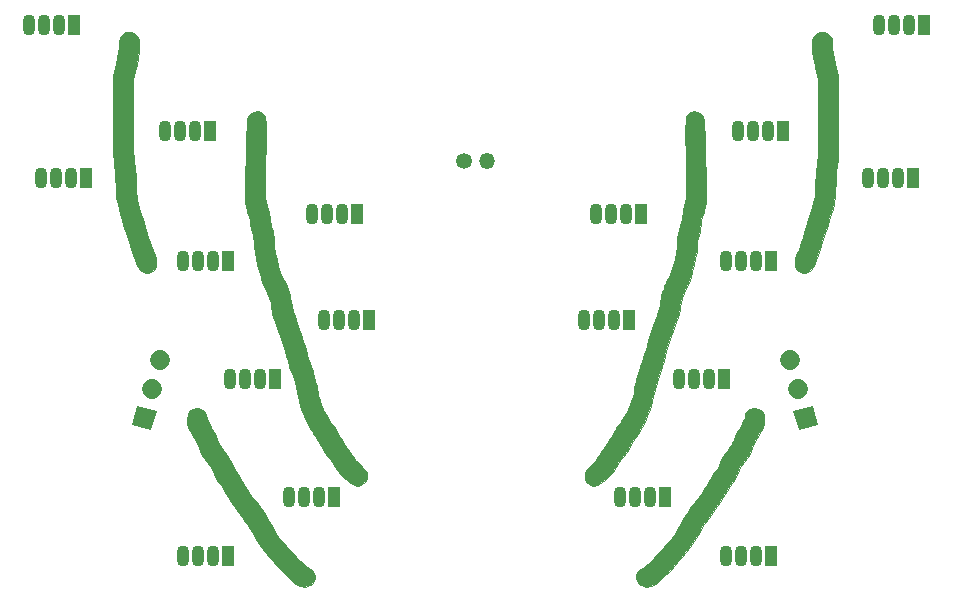
<source format=gbs>
G04 #@! TF.FileFunction,Soldermask,Bot*
%FSLAX46Y46*%
G04 Gerber Fmt 4.6, Leading zero omitted, Abs format (unit mm)*
G04 Created by KiCad (PCBNEW 4.0.7) date Monday, September 03, 2018 'PMt' 09:38:33 PM*
%MOMM*%
%LPD*%
G01*
G04 APERTURE LIST*
%ADD10C,0.100000*%
%ADD11C,0.010000*%
%ADD12R,1.070000X1.800000*%
%ADD13O,1.070000X1.800000*%
%ADD14C,1.350000*%
%ADD15O,1.350000X1.350000*%
%ADD16C,1.700000*%
G04 APERTURE END LIST*
D10*
D11*
G36*
X123309714Y-115268952D02*
X123056470Y-115448835D01*
X122902571Y-115697683D01*
X122875673Y-115864103D01*
X122835828Y-115994488D01*
X122727997Y-116234144D01*
X122569736Y-116546206D01*
X122420657Y-116819582D01*
X122220162Y-117189903D01*
X122041919Y-117543588D01*
X121909560Y-117832438D01*
X121857586Y-117967973D01*
X121738066Y-118225562D01*
X121548586Y-118519444D01*
X121414783Y-118687640D01*
X121091225Y-119116767D01*
X120814442Y-119596780D01*
X120631548Y-120042307D01*
X120534313Y-120241307D01*
X120372752Y-120473783D01*
X120323619Y-120532805D01*
X120155536Y-120759337D01*
X119963831Y-121067059D01*
X119817059Y-121337138D01*
X119641501Y-121659605D01*
X119427796Y-122011230D01*
X119200632Y-122355860D01*
X118984695Y-122657337D01*
X118804673Y-122879508D01*
X118694308Y-122981455D01*
X118600610Y-123081731D01*
X118441750Y-123298016D01*
X118237380Y-123599756D01*
X118007151Y-123956395D01*
X117770714Y-124337379D01*
X117547720Y-124712155D01*
X117357821Y-125050169D01*
X117328565Y-125104948D01*
X117124894Y-125471276D01*
X116913907Y-125804224D01*
X116670640Y-126136582D01*
X116370127Y-126501142D01*
X115987402Y-126930697D01*
X115709565Y-127231504D01*
X115427123Y-127537125D01*
X115144779Y-127846796D01*
X114914432Y-128103504D01*
X114873617Y-128149800D01*
X114620189Y-128390726D01*
X114331267Y-128598014D01*
X114194133Y-128671002D01*
X113877280Y-128858577D01*
X113703569Y-129094226D01*
X113647222Y-129414197D01*
X113647006Y-129440307D01*
X113705037Y-129791083D01*
X113890991Y-130043569D01*
X114068645Y-130159097D01*
X114479506Y-130280438D01*
X114914066Y-130240789D01*
X115344930Y-130045432D01*
X115521513Y-129904999D01*
X115784797Y-129661083D01*
X116111006Y-129338531D01*
X116476366Y-128962190D01*
X116857102Y-128556909D01*
X117229438Y-128147534D01*
X117569598Y-127758913D01*
X117816691Y-127462207D01*
X118191505Y-126963102D01*
X118557393Y-126415793D01*
X118848937Y-125921098D01*
X119140660Y-125401968D01*
X119418083Y-124962513D01*
X119730482Y-124525467D01*
X119785340Y-124452792D01*
X120179272Y-123926519D01*
X120491361Y-123490370D01*
X120748498Y-123104665D01*
X120977578Y-122729721D01*
X121110377Y-122497640D01*
X121322008Y-122145473D01*
X121553748Y-121799068D01*
X121760197Y-121525762D01*
X121786207Y-121495199D01*
X122037148Y-121133295D01*
X122220379Y-120730531D01*
X122237442Y-120675892D01*
X122458542Y-120185955D01*
X122791862Y-119731000D01*
X123042160Y-119399497D01*
X123260459Y-119040318D01*
X123384441Y-118772307D01*
X123495018Y-118485498D01*
X123599236Y-118242801D01*
X123652111Y-118137307D01*
X123976072Y-117561250D01*
X124211419Y-117099469D01*
X124368002Y-116728478D01*
X124455673Y-116424790D01*
X124484283Y-116164918D01*
X124484340Y-116153085D01*
X124434036Y-115729209D01*
X124278115Y-115430388D01*
X124009065Y-115243659D01*
X123943237Y-115219353D01*
X123619552Y-115183852D01*
X123309714Y-115268952D01*
X123309714Y-115268952D01*
G37*
X123309714Y-115268952D02*
X123056470Y-115448835D01*
X122902571Y-115697683D01*
X122875673Y-115864103D01*
X122835828Y-115994488D01*
X122727997Y-116234144D01*
X122569736Y-116546206D01*
X122420657Y-116819582D01*
X122220162Y-117189903D01*
X122041919Y-117543588D01*
X121909560Y-117832438D01*
X121857586Y-117967973D01*
X121738066Y-118225562D01*
X121548586Y-118519444D01*
X121414783Y-118687640D01*
X121091225Y-119116767D01*
X120814442Y-119596780D01*
X120631548Y-120042307D01*
X120534313Y-120241307D01*
X120372752Y-120473783D01*
X120323619Y-120532805D01*
X120155536Y-120759337D01*
X119963831Y-121067059D01*
X119817059Y-121337138D01*
X119641501Y-121659605D01*
X119427796Y-122011230D01*
X119200632Y-122355860D01*
X118984695Y-122657337D01*
X118804673Y-122879508D01*
X118694308Y-122981455D01*
X118600610Y-123081731D01*
X118441750Y-123298016D01*
X118237380Y-123599756D01*
X118007151Y-123956395D01*
X117770714Y-124337379D01*
X117547720Y-124712155D01*
X117357821Y-125050169D01*
X117328565Y-125104948D01*
X117124894Y-125471276D01*
X116913907Y-125804224D01*
X116670640Y-126136582D01*
X116370127Y-126501142D01*
X115987402Y-126930697D01*
X115709565Y-127231504D01*
X115427123Y-127537125D01*
X115144779Y-127846796D01*
X114914432Y-128103504D01*
X114873617Y-128149800D01*
X114620189Y-128390726D01*
X114331267Y-128598014D01*
X114194133Y-128671002D01*
X113877280Y-128858577D01*
X113703569Y-129094226D01*
X113647222Y-129414197D01*
X113647006Y-129440307D01*
X113705037Y-129791083D01*
X113890991Y-130043569D01*
X114068645Y-130159097D01*
X114479506Y-130280438D01*
X114914066Y-130240789D01*
X115344930Y-130045432D01*
X115521513Y-129904999D01*
X115784797Y-129661083D01*
X116111006Y-129338531D01*
X116476366Y-128962190D01*
X116857102Y-128556909D01*
X117229438Y-128147534D01*
X117569598Y-127758913D01*
X117816691Y-127462207D01*
X118191505Y-126963102D01*
X118557393Y-126415793D01*
X118848937Y-125921098D01*
X119140660Y-125401968D01*
X119418083Y-124962513D01*
X119730482Y-124525467D01*
X119785340Y-124452792D01*
X120179272Y-123926519D01*
X120491361Y-123490370D01*
X120748498Y-123104665D01*
X120977578Y-122729721D01*
X121110377Y-122497640D01*
X121322008Y-122145473D01*
X121553748Y-121799068D01*
X121760197Y-121525762D01*
X121786207Y-121495199D01*
X122037148Y-121133295D01*
X122220379Y-120730531D01*
X122237442Y-120675892D01*
X122458542Y-120185955D01*
X122791862Y-119731000D01*
X123042160Y-119399497D01*
X123260459Y-119040318D01*
X123384441Y-118772307D01*
X123495018Y-118485498D01*
X123599236Y-118242801D01*
X123652111Y-118137307D01*
X123976072Y-117561250D01*
X124211419Y-117099469D01*
X124368002Y-116728478D01*
X124455673Y-116424790D01*
X124484283Y-116164918D01*
X124484340Y-116153085D01*
X124434036Y-115729209D01*
X124278115Y-115430388D01*
X124009065Y-115243659D01*
X123943237Y-115219353D01*
X123619552Y-115183852D01*
X123309714Y-115268952D01*
G36*
X118345681Y-90070414D02*
X118211515Y-90115789D01*
X118100780Y-90165464D01*
X118011526Y-90234843D01*
X117941799Y-90339333D01*
X117889648Y-90494339D01*
X117853119Y-90715266D01*
X117830261Y-91017519D01*
X117819121Y-91416504D01*
X117817746Y-91927625D01*
X117824185Y-92566290D01*
X117836485Y-93347902D01*
X117847731Y-93999566D01*
X117862057Y-94863550D01*
X117872073Y-95575038D01*
X117877435Y-96150820D01*
X117877798Y-96607690D01*
X117872818Y-96962436D01*
X117862150Y-97231851D01*
X117845448Y-97432726D01*
X117822370Y-97581851D01*
X117792570Y-97696018D01*
X117770615Y-97756488D01*
X117678678Y-98051130D01*
X117603833Y-98402150D01*
X117582690Y-98549800D01*
X117489153Y-99187505D01*
X117365263Y-99759016D01*
X117238611Y-100168520D01*
X117175760Y-100422796D01*
X117132234Y-100766055D01*
X117118340Y-101077077D01*
X117089537Y-101497714D01*
X117010674Y-102008378D01*
X116893073Y-102564891D01*
X116748054Y-103123075D01*
X116586938Y-103638755D01*
X116421046Y-104067751D01*
X116284227Y-104332049D01*
X116138991Y-104581979D01*
X116042177Y-104790290D01*
X116017673Y-104884710D01*
X115971398Y-105058208D01*
X115901703Y-105185634D01*
X115830875Y-105359264D01*
X115769053Y-105633260D01*
X115738823Y-105860640D01*
X115698566Y-106171308D01*
X115628849Y-106513139D01*
X115522010Y-106913173D01*
X115370388Y-107398452D01*
X115166319Y-107996016D01*
X115007139Y-108442973D01*
X114840720Y-108925160D01*
X114671375Y-109449640D01*
X114522717Y-109941709D01*
X114445155Y-110220973D01*
X114333510Y-110615119D01*
X114213577Y-110989140D01*
X114104799Y-111284058D01*
X114064571Y-111375449D01*
X113950138Y-111672205D01*
X113851903Y-112027842D01*
X113818957Y-112194559D01*
X113750695Y-112511579D01*
X113661052Y-112801092D01*
X113610152Y-112919712D01*
X113522986Y-113174843D01*
X113476211Y-113479146D01*
X113473957Y-113539935D01*
X113438115Y-113869868D01*
X113355117Y-114201872D01*
X113340358Y-114242640D01*
X113234218Y-114531521D01*
X113114961Y-114873160D01*
X113065374Y-115020822D01*
X112958053Y-115299792D01*
X112843276Y-115529621D01*
X112785505Y-115613488D01*
X112663258Y-115784947D01*
X112520939Y-116028031D01*
X112477726Y-116110971D01*
X112342659Y-116347024D01*
X112211027Y-116526848D01*
X112173285Y-116564380D01*
X112043676Y-116713734D01*
X111908869Y-116926912D01*
X111902063Y-116939716D01*
X111762721Y-117204783D01*
X111614652Y-117485988D01*
X111606050Y-117502307D01*
X111471310Y-117730548D01*
X111279736Y-118022942D01*
X111110101Y-118264307D01*
X110902122Y-118562187D01*
X110709065Y-118860018D01*
X110596615Y-119050784D01*
X110452637Y-119259800D01*
X110224232Y-119530596D01*
X109954275Y-119813291D01*
X109877723Y-119887175D01*
X109562615Y-120207652D01*
X109370321Y-120461941D01*
X109281534Y-120675912D01*
X109278779Y-120689608D01*
X109280890Y-121069471D01*
X109420731Y-121390020D01*
X109673831Y-121620606D01*
X110015723Y-121730582D01*
X110113887Y-121735640D01*
X110297868Y-121706987D01*
X110506728Y-121607748D01*
X110776486Y-121417996D01*
X110972613Y-121260621D01*
X111270673Y-120991511D01*
X111543761Y-120704601D01*
X111742152Y-120453072D01*
X111772253Y-120405366D01*
X111920218Y-120171969D01*
X112136073Y-119853702D01*
X112385407Y-119500633D01*
X112536787Y-119292884D01*
X112780084Y-118949751D01*
X112999075Y-118616347D01*
X113163639Y-118339764D01*
X113226210Y-118214963D01*
X113376251Y-117932578D01*
X113558232Y-117673819D01*
X113595596Y-117631100D01*
X113738526Y-117458589D01*
X113813201Y-117332763D01*
X113816340Y-117316543D01*
X113859680Y-117211628D01*
X113973270Y-117010194D01*
X114131520Y-116757406D01*
X114367568Y-116333770D01*
X114602297Y-115804814D01*
X114811403Y-115232982D01*
X114970582Y-114680720D01*
X115011401Y-114496640D01*
X115145325Y-113883259D01*
X115301411Y-113260052D01*
X115466333Y-112675209D01*
X115626761Y-112176920D01*
X115725582Y-111914307D01*
X115838910Y-111603279D01*
X115964431Y-111204218D01*
X116078083Y-110794494D01*
X116095911Y-110723600D01*
X116203710Y-110325251D01*
X116348573Y-109842136D01*
X116507885Y-109347956D01*
X116602486Y-109072600D01*
X116841874Y-108391722D01*
X117028157Y-107849737D01*
X117167317Y-107426844D01*
X117265333Y-107103246D01*
X117328186Y-106859143D01*
X117361854Y-106674735D01*
X117372318Y-106530224D01*
X117372340Y-106523675D01*
X117412636Y-106241849D01*
X117521773Y-105864185D01*
X117682121Y-105440439D01*
X117876051Y-105020364D01*
X117962201Y-104858914D01*
X118103521Y-104545129D01*
X118255387Y-104106099D01*
X118407335Y-103584602D01*
X118548899Y-103023419D01*
X118669615Y-102465329D01*
X118759018Y-101953112D01*
X118806644Y-101529546D01*
X118811673Y-101386304D01*
X118832617Y-101021612D01*
X118887465Y-100685849D01*
X118941846Y-100505988D01*
X119022639Y-100243191D01*
X119090124Y-99903433D01*
X119117676Y-99683207D01*
X119168417Y-99340820D01*
X119258362Y-98926813D01*
X119368429Y-98528551D01*
X119373011Y-98514088D01*
X119431895Y-98326017D01*
X119478231Y-98158269D01*
X119513131Y-97988734D01*
X119537707Y-97795301D01*
X119553071Y-97555862D01*
X119560334Y-97248305D01*
X119560609Y-96850521D01*
X119555007Y-96340399D01*
X119544641Y-95695830D01*
X119536932Y-95254421D01*
X119517040Y-94198353D01*
X119497030Y-93299850D01*
X119476317Y-92547146D01*
X119454317Y-91928473D01*
X119430445Y-91432065D01*
X119404117Y-91046154D01*
X119374748Y-90758974D01*
X119341756Y-90558757D01*
X119304554Y-90433736D01*
X119296725Y-90417047D01*
X119093605Y-90189823D01*
X118797229Y-90057446D01*
X118467045Y-90041584D01*
X118345681Y-90070414D01*
X118345681Y-90070414D01*
G37*
X118345681Y-90070414D02*
X118211515Y-90115789D01*
X118100780Y-90165464D01*
X118011526Y-90234843D01*
X117941799Y-90339333D01*
X117889648Y-90494339D01*
X117853119Y-90715266D01*
X117830261Y-91017519D01*
X117819121Y-91416504D01*
X117817746Y-91927625D01*
X117824185Y-92566290D01*
X117836485Y-93347902D01*
X117847731Y-93999566D01*
X117862057Y-94863550D01*
X117872073Y-95575038D01*
X117877435Y-96150820D01*
X117877798Y-96607690D01*
X117872818Y-96962436D01*
X117862150Y-97231851D01*
X117845448Y-97432726D01*
X117822370Y-97581851D01*
X117792570Y-97696018D01*
X117770615Y-97756488D01*
X117678678Y-98051130D01*
X117603833Y-98402150D01*
X117582690Y-98549800D01*
X117489153Y-99187505D01*
X117365263Y-99759016D01*
X117238611Y-100168520D01*
X117175760Y-100422796D01*
X117132234Y-100766055D01*
X117118340Y-101077077D01*
X117089537Y-101497714D01*
X117010674Y-102008378D01*
X116893073Y-102564891D01*
X116748054Y-103123075D01*
X116586938Y-103638755D01*
X116421046Y-104067751D01*
X116284227Y-104332049D01*
X116138991Y-104581979D01*
X116042177Y-104790290D01*
X116017673Y-104884710D01*
X115971398Y-105058208D01*
X115901703Y-105185634D01*
X115830875Y-105359264D01*
X115769053Y-105633260D01*
X115738823Y-105860640D01*
X115698566Y-106171308D01*
X115628849Y-106513139D01*
X115522010Y-106913173D01*
X115370388Y-107398452D01*
X115166319Y-107996016D01*
X115007139Y-108442973D01*
X114840720Y-108925160D01*
X114671375Y-109449640D01*
X114522717Y-109941709D01*
X114445155Y-110220973D01*
X114333510Y-110615119D01*
X114213577Y-110989140D01*
X114104799Y-111284058D01*
X114064571Y-111375449D01*
X113950138Y-111672205D01*
X113851903Y-112027842D01*
X113818957Y-112194559D01*
X113750695Y-112511579D01*
X113661052Y-112801092D01*
X113610152Y-112919712D01*
X113522986Y-113174843D01*
X113476211Y-113479146D01*
X113473957Y-113539935D01*
X113438115Y-113869868D01*
X113355117Y-114201872D01*
X113340358Y-114242640D01*
X113234218Y-114531521D01*
X113114961Y-114873160D01*
X113065374Y-115020822D01*
X112958053Y-115299792D01*
X112843276Y-115529621D01*
X112785505Y-115613488D01*
X112663258Y-115784947D01*
X112520939Y-116028031D01*
X112477726Y-116110971D01*
X112342659Y-116347024D01*
X112211027Y-116526848D01*
X112173285Y-116564380D01*
X112043676Y-116713734D01*
X111908869Y-116926912D01*
X111902063Y-116939716D01*
X111762721Y-117204783D01*
X111614652Y-117485988D01*
X111606050Y-117502307D01*
X111471310Y-117730548D01*
X111279736Y-118022942D01*
X111110101Y-118264307D01*
X110902122Y-118562187D01*
X110709065Y-118860018D01*
X110596615Y-119050784D01*
X110452637Y-119259800D01*
X110224232Y-119530596D01*
X109954275Y-119813291D01*
X109877723Y-119887175D01*
X109562615Y-120207652D01*
X109370321Y-120461941D01*
X109281534Y-120675912D01*
X109278779Y-120689608D01*
X109280890Y-121069471D01*
X109420731Y-121390020D01*
X109673831Y-121620606D01*
X110015723Y-121730582D01*
X110113887Y-121735640D01*
X110297868Y-121706987D01*
X110506728Y-121607748D01*
X110776486Y-121417996D01*
X110972613Y-121260621D01*
X111270673Y-120991511D01*
X111543761Y-120704601D01*
X111742152Y-120453072D01*
X111772253Y-120405366D01*
X111920218Y-120171969D01*
X112136073Y-119853702D01*
X112385407Y-119500633D01*
X112536787Y-119292884D01*
X112780084Y-118949751D01*
X112999075Y-118616347D01*
X113163639Y-118339764D01*
X113226210Y-118214963D01*
X113376251Y-117932578D01*
X113558232Y-117673819D01*
X113595596Y-117631100D01*
X113738526Y-117458589D01*
X113813201Y-117332763D01*
X113816340Y-117316543D01*
X113859680Y-117211628D01*
X113973270Y-117010194D01*
X114131520Y-116757406D01*
X114367568Y-116333770D01*
X114602297Y-115804814D01*
X114811403Y-115232982D01*
X114970582Y-114680720D01*
X115011401Y-114496640D01*
X115145325Y-113883259D01*
X115301411Y-113260052D01*
X115466333Y-112675209D01*
X115626761Y-112176920D01*
X115725582Y-111914307D01*
X115838910Y-111603279D01*
X115964431Y-111204218D01*
X116078083Y-110794494D01*
X116095911Y-110723600D01*
X116203710Y-110325251D01*
X116348573Y-109842136D01*
X116507885Y-109347956D01*
X116602486Y-109072600D01*
X116841874Y-108391722D01*
X117028157Y-107849737D01*
X117167317Y-107426844D01*
X117265333Y-107103246D01*
X117328186Y-106859143D01*
X117361854Y-106674735D01*
X117372318Y-106530224D01*
X117372340Y-106523675D01*
X117412636Y-106241849D01*
X117521773Y-105864185D01*
X117682121Y-105440439D01*
X117876051Y-105020364D01*
X117962201Y-104858914D01*
X118103521Y-104545129D01*
X118255387Y-104106099D01*
X118407335Y-103584602D01*
X118548899Y-103023419D01*
X118669615Y-102465329D01*
X118759018Y-101953112D01*
X118806644Y-101529546D01*
X118811673Y-101386304D01*
X118832617Y-101021612D01*
X118887465Y-100685849D01*
X118941846Y-100505988D01*
X119022639Y-100243191D01*
X119090124Y-99903433D01*
X119117676Y-99683207D01*
X119168417Y-99340820D01*
X119258362Y-98926813D01*
X119368429Y-98528551D01*
X119373011Y-98514088D01*
X119431895Y-98326017D01*
X119478231Y-98158269D01*
X119513131Y-97988734D01*
X119537707Y-97795301D01*
X119553071Y-97555862D01*
X119560334Y-97248305D01*
X119560609Y-96850521D01*
X119555007Y-96340399D01*
X119544641Y-95695830D01*
X119536932Y-95254421D01*
X119517040Y-94198353D01*
X119497030Y-93299850D01*
X119476317Y-92547146D01*
X119454317Y-91928473D01*
X119430445Y-91432065D01*
X119404117Y-91046154D01*
X119374748Y-90758974D01*
X119341756Y-90558757D01*
X119304554Y-90433736D01*
X119296725Y-90417047D01*
X119093605Y-90189823D01*
X118797229Y-90057446D01*
X118467045Y-90041584D01*
X118345681Y-90070414D01*
G36*
X128986807Y-83409716D02*
X128726040Y-83643795D01*
X128642916Y-83778240D01*
X128568032Y-84050991D01*
X128544112Y-84453364D01*
X128569207Y-84954131D01*
X128641363Y-85522061D01*
X128758632Y-86125924D01*
X128800634Y-86302640D01*
X129052461Y-87318640D01*
X129052930Y-90705307D01*
X129051742Y-91618403D01*
X129047549Y-92378920D01*
X129039827Y-93003596D01*
X129028049Y-93509165D01*
X129011690Y-93912364D01*
X128990223Y-94229930D01*
X128963122Y-94478599D01*
X128929861Y-94675108D01*
X128927870Y-94684608D01*
X128873366Y-95037408D01*
X128831303Y-95495663D01*
X128806674Y-95995658D01*
X128802340Y-96287268D01*
X128800195Y-96652052D01*
X128789340Y-96954872D01*
X128763144Y-97228940D01*
X128714973Y-97507466D01*
X128638197Y-97823664D01*
X128526184Y-98210744D01*
X128372302Y-98701918D01*
X128234773Y-99129640D01*
X128125393Y-99479285D01*
X128028935Y-99806639D01*
X127964817Y-100045599D01*
X127961189Y-100060973D01*
X127879859Y-100365669D01*
X127765968Y-100733702D01*
X127636221Y-101117099D01*
X127507324Y-101467885D01*
X127395982Y-101738086D01*
X127336348Y-101855346D01*
X127185647Y-102188490D01*
X127093858Y-102574486D01*
X127073476Y-102941755D01*
X127109751Y-103153562D01*
X127286736Y-103457096D01*
X127553560Y-103643814D01*
X127869359Y-103704557D01*
X128193267Y-103630166D01*
X128445395Y-103452893D01*
X128636174Y-103207549D01*
X128798246Y-102910118D01*
X128826732Y-102839059D01*
X129128434Y-101988299D01*
X129417864Y-101134504D01*
X129674816Y-100338156D01*
X129811383Y-99891640D01*
X130009146Y-99226210D01*
X130164495Y-98695432D01*
X130282902Y-98271538D01*
X130369837Y-97926758D01*
X130430769Y-97633323D01*
X130471168Y-97363463D01*
X130496506Y-97089408D01*
X130512250Y-96783390D01*
X130523872Y-96417638D01*
X130528520Y-96250973D01*
X130547295Y-95771380D01*
X130574437Y-95329326D01*
X130606891Y-94962914D01*
X130641601Y-94710246D01*
X130657436Y-94642865D01*
X130683580Y-94468081D01*
X130705470Y-94126692D01*
X130723044Y-93621374D01*
X130736239Y-92954804D01*
X130744993Y-92129658D01*
X130749245Y-91148612D01*
X130749673Y-90676939D01*
X130749673Y-87006787D01*
X130495673Y-85992671D01*
X130391814Y-85534417D01*
X130308898Y-85084817D01*
X130256089Y-84698766D01*
X130241673Y-84470864D01*
X130226158Y-84162760D01*
X130186127Y-83900078D01*
X130147097Y-83778240D01*
X129919205Y-83490383D01*
X129623271Y-83333010D01*
X129299178Y-83306121D01*
X128986807Y-83409716D01*
X128986807Y-83409716D01*
G37*
X128986807Y-83409716D02*
X128726040Y-83643795D01*
X128642916Y-83778240D01*
X128568032Y-84050991D01*
X128544112Y-84453364D01*
X128569207Y-84954131D01*
X128641363Y-85522061D01*
X128758632Y-86125924D01*
X128800634Y-86302640D01*
X129052461Y-87318640D01*
X129052930Y-90705307D01*
X129051742Y-91618403D01*
X129047549Y-92378920D01*
X129039827Y-93003596D01*
X129028049Y-93509165D01*
X129011690Y-93912364D01*
X128990223Y-94229930D01*
X128963122Y-94478599D01*
X128929861Y-94675108D01*
X128927870Y-94684608D01*
X128873366Y-95037408D01*
X128831303Y-95495663D01*
X128806674Y-95995658D01*
X128802340Y-96287268D01*
X128800195Y-96652052D01*
X128789340Y-96954872D01*
X128763144Y-97228940D01*
X128714973Y-97507466D01*
X128638197Y-97823664D01*
X128526184Y-98210744D01*
X128372302Y-98701918D01*
X128234773Y-99129640D01*
X128125393Y-99479285D01*
X128028935Y-99806639D01*
X127964817Y-100045599D01*
X127961189Y-100060973D01*
X127879859Y-100365669D01*
X127765968Y-100733702D01*
X127636221Y-101117099D01*
X127507324Y-101467885D01*
X127395982Y-101738086D01*
X127336348Y-101855346D01*
X127185647Y-102188490D01*
X127093858Y-102574486D01*
X127073476Y-102941755D01*
X127109751Y-103153562D01*
X127286736Y-103457096D01*
X127553560Y-103643814D01*
X127869359Y-103704557D01*
X128193267Y-103630166D01*
X128445395Y-103452893D01*
X128636174Y-103207549D01*
X128798246Y-102910118D01*
X128826732Y-102839059D01*
X129128434Y-101988299D01*
X129417864Y-101134504D01*
X129674816Y-100338156D01*
X129811383Y-99891640D01*
X130009146Y-99226210D01*
X130164495Y-98695432D01*
X130282902Y-98271538D01*
X130369837Y-97926758D01*
X130430769Y-97633323D01*
X130471168Y-97363463D01*
X130496506Y-97089408D01*
X130512250Y-96783390D01*
X130523872Y-96417638D01*
X130528520Y-96250973D01*
X130547295Y-95771380D01*
X130574437Y-95329326D01*
X130606891Y-94962914D01*
X130641601Y-94710246D01*
X130657436Y-94642865D01*
X130683580Y-94468081D01*
X130705470Y-94126692D01*
X130723044Y-93621374D01*
X130736239Y-92954804D01*
X130744993Y-92129658D01*
X130749245Y-91148612D01*
X130749673Y-90676939D01*
X130749673Y-87006787D01*
X130495673Y-85992671D01*
X130391814Y-85534417D01*
X130308898Y-85084817D01*
X130256089Y-84698766D01*
X130241673Y-84470864D01*
X130226158Y-84162760D01*
X130186127Y-83900078D01*
X130147097Y-83778240D01*
X129919205Y-83490383D01*
X129623271Y-83333010D01*
X129299178Y-83306121D01*
X128986807Y-83409716D01*
G36*
X76796298Y-115268952D02*
X77049542Y-115448835D01*
X77203441Y-115697683D01*
X77230339Y-115864103D01*
X77270184Y-115994488D01*
X77378015Y-116234144D01*
X77536276Y-116546206D01*
X77685355Y-116819582D01*
X77885850Y-117189903D01*
X78064093Y-117543588D01*
X78196452Y-117832438D01*
X78248426Y-117967973D01*
X78367946Y-118225562D01*
X78557426Y-118519444D01*
X78691229Y-118687640D01*
X79014787Y-119116767D01*
X79291570Y-119596780D01*
X79474464Y-120042307D01*
X79571699Y-120241307D01*
X79733260Y-120473783D01*
X79782393Y-120532805D01*
X79950476Y-120759337D01*
X80142181Y-121067059D01*
X80288953Y-121337138D01*
X80464511Y-121659605D01*
X80678216Y-122011230D01*
X80905380Y-122355860D01*
X81121317Y-122657337D01*
X81301339Y-122879508D01*
X81411704Y-122981455D01*
X81505402Y-123081731D01*
X81664262Y-123298016D01*
X81868632Y-123599756D01*
X82098861Y-123956395D01*
X82335298Y-124337379D01*
X82558292Y-124712155D01*
X82748191Y-125050169D01*
X82777447Y-125104948D01*
X82981118Y-125471276D01*
X83192105Y-125804224D01*
X83435372Y-126136582D01*
X83735885Y-126501142D01*
X84118610Y-126930697D01*
X84396447Y-127231504D01*
X84678889Y-127537125D01*
X84961233Y-127846796D01*
X85191580Y-128103504D01*
X85232395Y-128149800D01*
X85485823Y-128390726D01*
X85774745Y-128598014D01*
X85911879Y-128671002D01*
X86228732Y-128858577D01*
X86402443Y-129094226D01*
X86458790Y-129414197D01*
X86459006Y-129440307D01*
X86400975Y-129791083D01*
X86215021Y-130043569D01*
X86037367Y-130159097D01*
X85626506Y-130280438D01*
X85191946Y-130240789D01*
X84761082Y-130045432D01*
X84584499Y-129904999D01*
X84321215Y-129661083D01*
X83995006Y-129338531D01*
X83629646Y-128962190D01*
X83248910Y-128556909D01*
X82876574Y-128147534D01*
X82536414Y-127758913D01*
X82289321Y-127462207D01*
X81914507Y-126963102D01*
X81548619Y-126415793D01*
X81257075Y-125921098D01*
X80965352Y-125401968D01*
X80687929Y-124962513D01*
X80375530Y-124525467D01*
X80320672Y-124452792D01*
X79926740Y-123926519D01*
X79614651Y-123490370D01*
X79357514Y-123104665D01*
X79128434Y-122729721D01*
X78995635Y-122497640D01*
X78784004Y-122145473D01*
X78552264Y-121799068D01*
X78345815Y-121525762D01*
X78319805Y-121495199D01*
X78068864Y-121133295D01*
X77885633Y-120730531D01*
X77868570Y-120675892D01*
X77647470Y-120185955D01*
X77314150Y-119731000D01*
X77063852Y-119399497D01*
X76845553Y-119040318D01*
X76721571Y-118772307D01*
X76610994Y-118485498D01*
X76506776Y-118242801D01*
X76453901Y-118137307D01*
X76129940Y-117561250D01*
X75894593Y-117099469D01*
X75738010Y-116728478D01*
X75650339Y-116424790D01*
X75621729Y-116164918D01*
X75621672Y-116153085D01*
X75671976Y-115729209D01*
X75827897Y-115430388D01*
X76096947Y-115243659D01*
X76162775Y-115219353D01*
X76486460Y-115183852D01*
X76796298Y-115268952D01*
X76796298Y-115268952D01*
G37*
X76796298Y-115268952D02*
X77049542Y-115448835D01*
X77203441Y-115697683D01*
X77230339Y-115864103D01*
X77270184Y-115994488D01*
X77378015Y-116234144D01*
X77536276Y-116546206D01*
X77685355Y-116819582D01*
X77885850Y-117189903D01*
X78064093Y-117543588D01*
X78196452Y-117832438D01*
X78248426Y-117967973D01*
X78367946Y-118225562D01*
X78557426Y-118519444D01*
X78691229Y-118687640D01*
X79014787Y-119116767D01*
X79291570Y-119596780D01*
X79474464Y-120042307D01*
X79571699Y-120241307D01*
X79733260Y-120473783D01*
X79782393Y-120532805D01*
X79950476Y-120759337D01*
X80142181Y-121067059D01*
X80288953Y-121337138D01*
X80464511Y-121659605D01*
X80678216Y-122011230D01*
X80905380Y-122355860D01*
X81121317Y-122657337D01*
X81301339Y-122879508D01*
X81411704Y-122981455D01*
X81505402Y-123081731D01*
X81664262Y-123298016D01*
X81868632Y-123599756D01*
X82098861Y-123956395D01*
X82335298Y-124337379D01*
X82558292Y-124712155D01*
X82748191Y-125050169D01*
X82777447Y-125104948D01*
X82981118Y-125471276D01*
X83192105Y-125804224D01*
X83435372Y-126136582D01*
X83735885Y-126501142D01*
X84118610Y-126930697D01*
X84396447Y-127231504D01*
X84678889Y-127537125D01*
X84961233Y-127846796D01*
X85191580Y-128103504D01*
X85232395Y-128149800D01*
X85485823Y-128390726D01*
X85774745Y-128598014D01*
X85911879Y-128671002D01*
X86228732Y-128858577D01*
X86402443Y-129094226D01*
X86458790Y-129414197D01*
X86459006Y-129440307D01*
X86400975Y-129791083D01*
X86215021Y-130043569D01*
X86037367Y-130159097D01*
X85626506Y-130280438D01*
X85191946Y-130240789D01*
X84761082Y-130045432D01*
X84584499Y-129904999D01*
X84321215Y-129661083D01*
X83995006Y-129338531D01*
X83629646Y-128962190D01*
X83248910Y-128556909D01*
X82876574Y-128147534D01*
X82536414Y-127758913D01*
X82289321Y-127462207D01*
X81914507Y-126963102D01*
X81548619Y-126415793D01*
X81257075Y-125921098D01*
X80965352Y-125401968D01*
X80687929Y-124962513D01*
X80375530Y-124525467D01*
X80320672Y-124452792D01*
X79926740Y-123926519D01*
X79614651Y-123490370D01*
X79357514Y-123104665D01*
X79128434Y-122729721D01*
X78995635Y-122497640D01*
X78784004Y-122145473D01*
X78552264Y-121799068D01*
X78345815Y-121525762D01*
X78319805Y-121495199D01*
X78068864Y-121133295D01*
X77885633Y-120730531D01*
X77868570Y-120675892D01*
X77647470Y-120185955D01*
X77314150Y-119731000D01*
X77063852Y-119399497D01*
X76845553Y-119040318D01*
X76721571Y-118772307D01*
X76610994Y-118485498D01*
X76506776Y-118242801D01*
X76453901Y-118137307D01*
X76129940Y-117561250D01*
X75894593Y-117099469D01*
X75738010Y-116728478D01*
X75650339Y-116424790D01*
X75621729Y-116164918D01*
X75621672Y-116153085D01*
X75671976Y-115729209D01*
X75827897Y-115430388D01*
X76096947Y-115243659D01*
X76162775Y-115219353D01*
X76486460Y-115183852D01*
X76796298Y-115268952D01*
G36*
X81760331Y-90070414D02*
X81894497Y-90115789D01*
X82005232Y-90165464D01*
X82094486Y-90234843D01*
X82164213Y-90339333D01*
X82216364Y-90494339D01*
X82252893Y-90715266D01*
X82275751Y-91017519D01*
X82286891Y-91416504D01*
X82288266Y-91927625D01*
X82281827Y-92566290D01*
X82269527Y-93347902D01*
X82258281Y-93999566D01*
X82243955Y-94863550D01*
X82233939Y-95575038D01*
X82228577Y-96150820D01*
X82228214Y-96607690D01*
X82233194Y-96962436D01*
X82243862Y-97231851D01*
X82260564Y-97432726D01*
X82283642Y-97581851D01*
X82313442Y-97696018D01*
X82335397Y-97756488D01*
X82427334Y-98051130D01*
X82502179Y-98402150D01*
X82523322Y-98549800D01*
X82616859Y-99187505D01*
X82740749Y-99759016D01*
X82867401Y-100168520D01*
X82930252Y-100422796D01*
X82973778Y-100766055D01*
X82987672Y-101077077D01*
X83016475Y-101497714D01*
X83095338Y-102008378D01*
X83212939Y-102564891D01*
X83357958Y-103123075D01*
X83519074Y-103638755D01*
X83684966Y-104067751D01*
X83821785Y-104332049D01*
X83967021Y-104581979D01*
X84063835Y-104790290D01*
X84088339Y-104884710D01*
X84134614Y-105058208D01*
X84204309Y-105185634D01*
X84275137Y-105359264D01*
X84336959Y-105633260D01*
X84367189Y-105860640D01*
X84407446Y-106171308D01*
X84477163Y-106513139D01*
X84584002Y-106913173D01*
X84735624Y-107398452D01*
X84939693Y-107996016D01*
X85098873Y-108442973D01*
X85265292Y-108925160D01*
X85434637Y-109449640D01*
X85583295Y-109941709D01*
X85660857Y-110220973D01*
X85772502Y-110615119D01*
X85892435Y-110989140D01*
X86001213Y-111284058D01*
X86041441Y-111375449D01*
X86155874Y-111672205D01*
X86254109Y-112027842D01*
X86287055Y-112194559D01*
X86355317Y-112511579D01*
X86444960Y-112801092D01*
X86495860Y-112919712D01*
X86583026Y-113174843D01*
X86629801Y-113479146D01*
X86632055Y-113539935D01*
X86667897Y-113869868D01*
X86750895Y-114201872D01*
X86765654Y-114242640D01*
X86871794Y-114531521D01*
X86991051Y-114873160D01*
X87040638Y-115020822D01*
X87147959Y-115299792D01*
X87262736Y-115529621D01*
X87320507Y-115613488D01*
X87442754Y-115784947D01*
X87585073Y-116028031D01*
X87628286Y-116110971D01*
X87763353Y-116347024D01*
X87894985Y-116526848D01*
X87932727Y-116564380D01*
X88062336Y-116713734D01*
X88197143Y-116926912D01*
X88203949Y-116939716D01*
X88343291Y-117204783D01*
X88491360Y-117485988D01*
X88499962Y-117502307D01*
X88634702Y-117730548D01*
X88826276Y-118022942D01*
X88995911Y-118264307D01*
X89203890Y-118562187D01*
X89396947Y-118860018D01*
X89509397Y-119050784D01*
X89653375Y-119259800D01*
X89881780Y-119530596D01*
X90151737Y-119813291D01*
X90228289Y-119887175D01*
X90543397Y-120207652D01*
X90735691Y-120461941D01*
X90824478Y-120675912D01*
X90827233Y-120689608D01*
X90825122Y-121069471D01*
X90685281Y-121390020D01*
X90432181Y-121620606D01*
X90090289Y-121730582D01*
X89992125Y-121735640D01*
X89808144Y-121706987D01*
X89599284Y-121607748D01*
X89329526Y-121417996D01*
X89133399Y-121260621D01*
X88835339Y-120991511D01*
X88562251Y-120704601D01*
X88363860Y-120453072D01*
X88333759Y-120405366D01*
X88185794Y-120171969D01*
X87969939Y-119853702D01*
X87720605Y-119500633D01*
X87569225Y-119292884D01*
X87325928Y-118949751D01*
X87106937Y-118616347D01*
X86942373Y-118339764D01*
X86879802Y-118214963D01*
X86729761Y-117932578D01*
X86547780Y-117673819D01*
X86510416Y-117631100D01*
X86367486Y-117458589D01*
X86292811Y-117332763D01*
X86289672Y-117316543D01*
X86246332Y-117211628D01*
X86132742Y-117010194D01*
X85974492Y-116757406D01*
X85738444Y-116333770D01*
X85503715Y-115804814D01*
X85294609Y-115232982D01*
X85135430Y-114680720D01*
X85094611Y-114496640D01*
X84960687Y-113883259D01*
X84804601Y-113260052D01*
X84639679Y-112675209D01*
X84479251Y-112176920D01*
X84380430Y-111914307D01*
X84267102Y-111603279D01*
X84141581Y-111204218D01*
X84027929Y-110794494D01*
X84010101Y-110723600D01*
X83902302Y-110325251D01*
X83757439Y-109842136D01*
X83598127Y-109347956D01*
X83503526Y-109072600D01*
X83264138Y-108391722D01*
X83077855Y-107849737D01*
X82938695Y-107426844D01*
X82840679Y-107103246D01*
X82777826Y-106859143D01*
X82744158Y-106674735D01*
X82733694Y-106530224D01*
X82733672Y-106523675D01*
X82693376Y-106241849D01*
X82584239Y-105864185D01*
X82423891Y-105440439D01*
X82229961Y-105020364D01*
X82143811Y-104858914D01*
X82002491Y-104545129D01*
X81850625Y-104106099D01*
X81698677Y-103584602D01*
X81557113Y-103023419D01*
X81436397Y-102465329D01*
X81346994Y-101953112D01*
X81299368Y-101529546D01*
X81294339Y-101386304D01*
X81273395Y-101021612D01*
X81218547Y-100685849D01*
X81164166Y-100505988D01*
X81083373Y-100243191D01*
X81015888Y-99903433D01*
X80988336Y-99683207D01*
X80937595Y-99340820D01*
X80847650Y-98926813D01*
X80737583Y-98528551D01*
X80733001Y-98514088D01*
X80674117Y-98326017D01*
X80627781Y-98158269D01*
X80592881Y-97988734D01*
X80568305Y-97795301D01*
X80552941Y-97555862D01*
X80545678Y-97248305D01*
X80545403Y-96850521D01*
X80551005Y-96340399D01*
X80561371Y-95695830D01*
X80569080Y-95254421D01*
X80588972Y-94198353D01*
X80608982Y-93299850D01*
X80629695Y-92547146D01*
X80651695Y-91928473D01*
X80675567Y-91432065D01*
X80701895Y-91046154D01*
X80731264Y-90758974D01*
X80764256Y-90558757D01*
X80801458Y-90433736D01*
X80809287Y-90417047D01*
X81012407Y-90189823D01*
X81308783Y-90057446D01*
X81638967Y-90041584D01*
X81760331Y-90070414D01*
X81760331Y-90070414D01*
G37*
X81760331Y-90070414D02*
X81894497Y-90115789D01*
X82005232Y-90165464D01*
X82094486Y-90234843D01*
X82164213Y-90339333D01*
X82216364Y-90494339D01*
X82252893Y-90715266D01*
X82275751Y-91017519D01*
X82286891Y-91416504D01*
X82288266Y-91927625D01*
X82281827Y-92566290D01*
X82269527Y-93347902D01*
X82258281Y-93999566D01*
X82243955Y-94863550D01*
X82233939Y-95575038D01*
X82228577Y-96150820D01*
X82228214Y-96607690D01*
X82233194Y-96962436D01*
X82243862Y-97231851D01*
X82260564Y-97432726D01*
X82283642Y-97581851D01*
X82313442Y-97696018D01*
X82335397Y-97756488D01*
X82427334Y-98051130D01*
X82502179Y-98402150D01*
X82523322Y-98549800D01*
X82616859Y-99187505D01*
X82740749Y-99759016D01*
X82867401Y-100168520D01*
X82930252Y-100422796D01*
X82973778Y-100766055D01*
X82987672Y-101077077D01*
X83016475Y-101497714D01*
X83095338Y-102008378D01*
X83212939Y-102564891D01*
X83357958Y-103123075D01*
X83519074Y-103638755D01*
X83684966Y-104067751D01*
X83821785Y-104332049D01*
X83967021Y-104581979D01*
X84063835Y-104790290D01*
X84088339Y-104884710D01*
X84134614Y-105058208D01*
X84204309Y-105185634D01*
X84275137Y-105359264D01*
X84336959Y-105633260D01*
X84367189Y-105860640D01*
X84407446Y-106171308D01*
X84477163Y-106513139D01*
X84584002Y-106913173D01*
X84735624Y-107398452D01*
X84939693Y-107996016D01*
X85098873Y-108442973D01*
X85265292Y-108925160D01*
X85434637Y-109449640D01*
X85583295Y-109941709D01*
X85660857Y-110220973D01*
X85772502Y-110615119D01*
X85892435Y-110989140D01*
X86001213Y-111284058D01*
X86041441Y-111375449D01*
X86155874Y-111672205D01*
X86254109Y-112027842D01*
X86287055Y-112194559D01*
X86355317Y-112511579D01*
X86444960Y-112801092D01*
X86495860Y-112919712D01*
X86583026Y-113174843D01*
X86629801Y-113479146D01*
X86632055Y-113539935D01*
X86667897Y-113869868D01*
X86750895Y-114201872D01*
X86765654Y-114242640D01*
X86871794Y-114531521D01*
X86991051Y-114873160D01*
X87040638Y-115020822D01*
X87147959Y-115299792D01*
X87262736Y-115529621D01*
X87320507Y-115613488D01*
X87442754Y-115784947D01*
X87585073Y-116028031D01*
X87628286Y-116110971D01*
X87763353Y-116347024D01*
X87894985Y-116526848D01*
X87932727Y-116564380D01*
X88062336Y-116713734D01*
X88197143Y-116926912D01*
X88203949Y-116939716D01*
X88343291Y-117204783D01*
X88491360Y-117485988D01*
X88499962Y-117502307D01*
X88634702Y-117730548D01*
X88826276Y-118022942D01*
X88995911Y-118264307D01*
X89203890Y-118562187D01*
X89396947Y-118860018D01*
X89509397Y-119050784D01*
X89653375Y-119259800D01*
X89881780Y-119530596D01*
X90151737Y-119813291D01*
X90228289Y-119887175D01*
X90543397Y-120207652D01*
X90735691Y-120461941D01*
X90824478Y-120675912D01*
X90827233Y-120689608D01*
X90825122Y-121069471D01*
X90685281Y-121390020D01*
X90432181Y-121620606D01*
X90090289Y-121730582D01*
X89992125Y-121735640D01*
X89808144Y-121706987D01*
X89599284Y-121607748D01*
X89329526Y-121417996D01*
X89133399Y-121260621D01*
X88835339Y-120991511D01*
X88562251Y-120704601D01*
X88363860Y-120453072D01*
X88333759Y-120405366D01*
X88185794Y-120171969D01*
X87969939Y-119853702D01*
X87720605Y-119500633D01*
X87569225Y-119292884D01*
X87325928Y-118949751D01*
X87106937Y-118616347D01*
X86942373Y-118339764D01*
X86879802Y-118214963D01*
X86729761Y-117932578D01*
X86547780Y-117673819D01*
X86510416Y-117631100D01*
X86367486Y-117458589D01*
X86292811Y-117332763D01*
X86289672Y-117316543D01*
X86246332Y-117211628D01*
X86132742Y-117010194D01*
X85974492Y-116757406D01*
X85738444Y-116333770D01*
X85503715Y-115804814D01*
X85294609Y-115232982D01*
X85135430Y-114680720D01*
X85094611Y-114496640D01*
X84960687Y-113883259D01*
X84804601Y-113260052D01*
X84639679Y-112675209D01*
X84479251Y-112176920D01*
X84380430Y-111914307D01*
X84267102Y-111603279D01*
X84141581Y-111204218D01*
X84027929Y-110794494D01*
X84010101Y-110723600D01*
X83902302Y-110325251D01*
X83757439Y-109842136D01*
X83598127Y-109347956D01*
X83503526Y-109072600D01*
X83264138Y-108391722D01*
X83077855Y-107849737D01*
X82938695Y-107426844D01*
X82840679Y-107103246D01*
X82777826Y-106859143D01*
X82744158Y-106674735D01*
X82733694Y-106530224D01*
X82733672Y-106523675D01*
X82693376Y-106241849D01*
X82584239Y-105864185D01*
X82423891Y-105440439D01*
X82229961Y-105020364D01*
X82143811Y-104858914D01*
X82002491Y-104545129D01*
X81850625Y-104106099D01*
X81698677Y-103584602D01*
X81557113Y-103023419D01*
X81436397Y-102465329D01*
X81346994Y-101953112D01*
X81299368Y-101529546D01*
X81294339Y-101386304D01*
X81273395Y-101021612D01*
X81218547Y-100685849D01*
X81164166Y-100505988D01*
X81083373Y-100243191D01*
X81015888Y-99903433D01*
X80988336Y-99683207D01*
X80937595Y-99340820D01*
X80847650Y-98926813D01*
X80737583Y-98528551D01*
X80733001Y-98514088D01*
X80674117Y-98326017D01*
X80627781Y-98158269D01*
X80592881Y-97988734D01*
X80568305Y-97795301D01*
X80552941Y-97555862D01*
X80545678Y-97248305D01*
X80545403Y-96850521D01*
X80551005Y-96340399D01*
X80561371Y-95695830D01*
X80569080Y-95254421D01*
X80588972Y-94198353D01*
X80608982Y-93299850D01*
X80629695Y-92547146D01*
X80651695Y-91928473D01*
X80675567Y-91432065D01*
X80701895Y-91046154D01*
X80731264Y-90758974D01*
X80764256Y-90558757D01*
X80801458Y-90433736D01*
X80809287Y-90417047D01*
X81012407Y-90189823D01*
X81308783Y-90057446D01*
X81638967Y-90041584D01*
X81760331Y-90070414D01*
G36*
X71119205Y-83409716D02*
X71379972Y-83643795D01*
X71463096Y-83778240D01*
X71537980Y-84050991D01*
X71561900Y-84453364D01*
X71536805Y-84954131D01*
X71464649Y-85522061D01*
X71347380Y-86125924D01*
X71305378Y-86302640D01*
X71053551Y-87318640D01*
X71053082Y-90705307D01*
X71054270Y-91618403D01*
X71058463Y-92378920D01*
X71066185Y-93003596D01*
X71077963Y-93509165D01*
X71094322Y-93912364D01*
X71115789Y-94229930D01*
X71142890Y-94478599D01*
X71176151Y-94675108D01*
X71178142Y-94684608D01*
X71232646Y-95037408D01*
X71274709Y-95495663D01*
X71299338Y-95995658D01*
X71303672Y-96287268D01*
X71305817Y-96652052D01*
X71316672Y-96954872D01*
X71342868Y-97228940D01*
X71391039Y-97507466D01*
X71467815Y-97823664D01*
X71579828Y-98210744D01*
X71733710Y-98701918D01*
X71871239Y-99129640D01*
X71980619Y-99479285D01*
X72077077Y-99806639D01*
X72141195Y-100045599D01*
X72144823Y-100060973D01*
X72226153Y-100365669D01*
X72340044Y-100733702D01*
X72469791Y-101117099D01*
X72598688Y-101467885D01*
X72710030Y-101738086D01*
X72769664Y-101855346D01*
X72920365Y-102188490D01*
X73012154Y-102574486D01*
X73032536Y-102941755D01*
X72996261Y-103153562D01*
X72819276Y-103457096D01*
X72552452Y-103643814D01*
X72236653Y-103704557D01*
X71912745Y-103630166D01*
X71660617Y-103452893D01*
X71469838Y-103207549D01*
X71307766Y-102910118D01*
X71279280Y-102839059D01*
X70977578Y-101988299D01*
X70688148Y-101134504D01*
X70431196Y-100338156D01*
X70294629Y-99891640D01*
X70096866Y-99226210D01*
X69941517Y-98695432D01*
X69823110Y-98271538D01*
X69736175Y-97926758D01*
X69675243Y-97633323D01*
X69634844Y-97363463D01*
X69609506Y-97089408D01*
X69593762Y-96783390D01*
X69582140Y-96417638D01*
X69577492Y-96250973D01*
X69558717Y-95771380D01*
X69531575Y-95329326D01*
X69499121Y-94962914D01*
X69464411Y-94710246D01*
X69448576Y-94642865D01*
X69422432Y-94468081D01*
X69400542Y-94126692D01*
X69382968Y-93621374D01*
X69369773Y-92954804D01*
X69361019Y-92129658D01*
X69356767Y-91148612D01*
X69356339Y-90676939D01*
X69356339Y-87006787D01*
X69610339Y-85992671D01*
X69714198Y-85534417D01*
X69797114Y-85084817D01*
X69849923Y-84698766D01*
X69864339Y-84470864D01*
X69879854Y-84162760D01*
X69919885Y-83900078D01*
X69958915Y-83778240D01*
X70186807Y-83490383D01*
X70482741Y-83333010D01*
X70806834Y-83306121D01*
X71119205Y-83409716D01*
X71119205Y-83409716D01*
G37*
X71119205Y-83409716D02*
X71379972Y-83643795D01*
X71463096Y-83778240D01*
X71537980Y-84050991D01*
X71561900Y-84453364D01*
X71536805Y-84954131D01*
X71464649Y-85522061D01*
X71347380Y-86125924D01*
X71305378Y-86302640D01*
X71053551Y-87318640D01*
X71053082Y-90705307D01*
X71054270Y-91618403D01*
X71058463Y-92378920D01*
X71066185Y-93003596D01*
X71077963Y-93509165D01*
X71094322Y-93912364D01*
X71115789Y-94229930D01*
X71142890Y-94478599D01*
X71176151Y-94675108D01*
X71178142Y-94684608D01*
X71232646Y-95037408D01*
X71274709Y-95495663D01*
X71299338Y-95995658D01*
X71303672Y-96287268D01*
X71305817Y-96652052D01*
X71316672Y-96954872D01*
X71342868Y-97228940D01*
X71391039Y-97507466D01*
X71467815Y-97823664D01*
X71579828Y-98210744D01*
X71733710Y-98701918D01*
X71871239Y-99129640D01*
X71980619Y-99479285D01*
X72077077Y-99806639D01*
X72141195Y-100045599D01*
X72144823Y-100060973D01*
X72226153Y-100365669D01*
X72340044Y-100733702D01*
X72469791Y-101117099D01*
X72598688Y-101467885D01*
X72710030Y-101738086D01*
X72769664Y-101855346D01*
X72920365Y-102188490D01*
X73012154Y-102574486D01*
X73032536Y-102941755D01*
X72996261Y-103153562D01*
X72819276Y-103457096D01*
X72552452Y-103643814D01*
X72236653Y-103704557D01*
X71912745Y-103630166D01*
X71660617Y-103452893D01*
X71469838Y-103207549D01*
X71307766Y-102910118D01*
X71279280Y-102839059D01*
X70977578Y-101988299D01*
X70688148Y-101134504D01*
X70431196Y-100338156D01*
X70294629Y-99891640D01*
X70096866Y-99226210D01*
X69941517Y-98695432D01*
X69823110Y-98271538D01*
X69736175Y-97926758D01*
X69675243Y-97633323D01*
X69634844Y-97363463D01*
X69609506Y-97089408D01*
X69593762Y-96783390D01*
X69582140Y-96417638D01*
X69577492Y-96250973D01*
X69558717Y-95771380D01*
X69531575Y-95329326D01*
X69499121Y-94962914D01*
X69464411Y-94710246D01*
X69448576Y-94642865D01*
X69422432Y-94468081D01*
X69400542Y-94126692D01*
X69382968Y-93621374D01*
X69369773Y-92954804D01*
X69361019Y-92129658D01*
X69356767Y-91148612D01*
X69356339Y-90676939D01*
X69356339Y-87006787D01*
X69610339Y-85992671D01*
X69714198Y-85534417D01*
X69797114Y-85084817D01*
X69849923Y-84698766D01*
X69864339Y-84470864D01*
X69879854Y-84162760D01*
X69919885Y-83900078D01*
X69958915Y-83778240D01*
X70186807Y-83490383D01*
X70482741Y-83333010D01*
X70806834Y-83306121D01*
X71119205Y-83409716D01*
D12*
X114053006Y-98725640D03*
D13*
X112783006Y-98725640D03*
X111513006Y-98725640D03*
X110243006Y-98725640D03*
D12*
X126053006Y-91725640D03*
D13*
X124783006Y-91725640D03*
X123513006Y-91725640D03*
X122243006Y-91725640D03*
D12*
X138053006Y-82725640D03*
D13*
X136783006Y-82725640D03*
X135513006Y-82725640D03*
X134243006Y-82725640D03*
D12*
X113053006Y-107725640D03*
D13*
X111783006Y-107725640D03*
X110513006Y-107725640D03*
X109243006Y-107725640D03*
D12*
X125053006Y-102725640D03*
D13*
X123783006Y-102725640D03*
X122513006Y-102725640D03*
X121243006Y-102725640D03*
D12*
X137053006Y-95725640D03*
D13*
X135783006Y-95725640D03*
X134513006Y-95725640D03*
X133243006Y-95725640D03*
D12*
X121053006Y-112725640D03*
D13*
X119783006Y-112725640D03*
X118513006Y-112725640D03*
X117243006Y-112725640D03*
D12*
X125053006Y-127725640D03*
D13*
X123783006Y-127725640D03*
X122513006Y-127725640D03*
X121243006Y-127725640D03*
D12*
X116053006Y-122725640D03*
D13*
X114783006Y-122725640D03*
X113513006Y-122725640D03*
X112243006Y-122725640D03*
D12*
X90053006Y-98725640D03*
D13*
X88783006Y-98725640D03*
X87513006Y-98725640D03*
X86243006Y-98725640D03*
D12*
X77553006Y-91725640D03*
D13*
X76283006Y-91725640D03*
X75013006Y-91725640D03*
X73743006Y-91725640D03*
D12*
X66053006Y-82725640D03*
D13*
X64783006Y-82725640D03*
X63513006Y-82725640D03*
X62243006Y-82725640D03*
D12*
X91053006Y-107725640D03*
D13*
X89783006Y-107725640D03*
X88513006Y-107725640D03*
X87243006Y-107725640D03*
D12*
X79053006Y-102725640D03*
D13*
X77783006Y-102725640D03*
X76513006Y-102725640D03*
X75243006Y-102725640D03*
D12*
X67053006Y-95725640D03*
D13*
X65783006Y-95725640D03*
X64513006Y-95725640D03*
X63243006Y-95725640D03*
D12*
X83053006Y-112725640D03*
D13*
X81783006Y-112725640D03*
X80513006Y-112725640D03*
X79243006Y-112725640D03*
D12*
X79053006Y-127725640D03*
D13*
X77783006Y-127725640D03*
X76513006Y-127725640D03*
X75243006Y-127725640D03*
D12*
X88053006Y-122725640D03*
D13*
X86783006Y-122725640D03*
X85513006Y-122725640D03*
X84243006Y-122725640D03*
D14*
X99053006Y-94225640D03*
D15*
X101053006Y-94225640D03*
D10*
G36*
X128601041Y-114958967D02*
X129041033Y-116601041D01*
X127398959Y-117041033D01*
X126958967Y-115398959D01*
X128601041Y-114958967D01*
X128601041Y-114958967D01*
G37*
D16*
X127342600Y-113546548D02*
X127342600Y-113546548D01*
X126685199Y-111093097D02*
X126685199Y-111093097D01*
D10*
G36*
X73041033Y-115398959D02*
X72601041Y-117041033D01*
X70958967Y-116601041D01*
X71398959Y-114958967D01*
X73041033Y-115398959D01*
X73041033Y-115398959D01*
G37*
D16*
X72657400Y-113546548D02*
X72657400Y-113546548D01*
X73314801Y-111093097D02*
X73314801Y-111093097D01*
M02*

</source>
